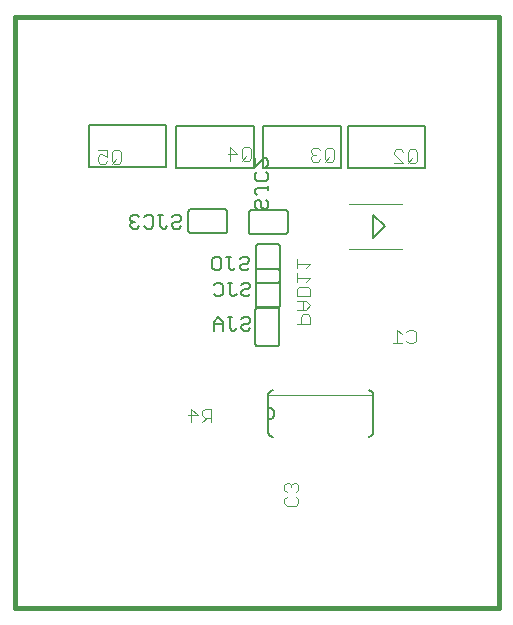
<source format=gbo>
G75*
%MOIN*%
%OFA0B0*%
%FSLAX24Y24*%
%IPPOS*%
%LPD*%
%AMOC8*
5,1,8,0,0,1.08239X$1,22.5*
%
%ADD10C,0.0160*%
%ADD11C,0.0080*%
%ADD12C,0.0040*%
%ADD13C,0.0060*%
%ADD14C,0.0020*%
%ADD15C,0.0050*%
D10*
X001046Y000180D02*
X017188Y000180D01*
X017188Y019865D01*
X001046Y019865D01*
X001046Y000180D01*
D11*
X013005Y012496D02*
X013005Y013284D01*
X013408Y012890D01*
X013005Y012496D01*
X012153Y014826D02*
X014734Y014826D01*
X014734Y016226D01*
X012153Y016226D01*
X012153Y014826D01*
X011919Y014826D02*
X009338Y014826D01*
X009338Y016226D01*
X011919Y016226D01*
X011919Y014826D01*
X009017Y014842D02*
X006437Y014842D01*
X006437Y016242D01*
X009017Y016242D01*
X009017Y014842D01*
X006100Y014858D02*
X003519Y014858D01*
X003519Y016258D01*
X006100Y016258D01*
X006100Y014858D01*
D12*
X004585Y015060D02*
X004509Y014983D01*
X004355Y014983D01*
X004278Y015060D01*
X004278Y015367D01*
X004355Y015443D01*
X004509Y015443D01*
X004585Y015367D01*
X004585Y015060D01*
X004432Y015136D02*
X004278Y014983D01*
X004125Y015060D02*
X004048Y014983D01*
X003895Y014983D01*
X003818Y015060D01*
X003818Y015213D01*
X003895Y015290D01*
X003972Y015290D01*
X004125Y015213D01*
X004125Y015443D01*
X003818Y015443D01*
X008155Y015312D02*
X008462Y015312D01*
X008232Y015543D01*
X008232Y015082D01*
X008616Y015082D02*
X008769Y015236D01*
X008616Y015159D02*
X008692Y015082D01*
X008846Y015082D01*
X008923Y015159D01*
X008923Y015466D01*
X008846Y015543D01*
X008692Y015543D01*
X008616Y015466D01*
X008616Y015159D01*
X010922Y015128D02*
X010999Y015051D01*
X011152Y015051D01*
X011229Y015128D01*
X011382Y015128D02*
X011382Y015435D01*
X011459Y015512D01*
X011613Y015512D01*
X011689Y015435D01*
X011689Y015128D01*
X011613Y015051D01*
X011459Y015051D01*
X011382Y015128D01*
X011382Y015051D02*
X011536Y015205D01*
X011229Y015435D02*
X011152Y015512D01*
X010999Y015512D01*
X010922Y015435D01*
X010922Y015358D01*
X010999Y015282D01*
X010922Y015205D01*
X010922Y015128D01*
X010999Y015282D02*
X011075Y015282D01*
X012191Y013640D02*
X013971Y013640D01*
X013994Y015001D02*
X013687Y015001D01*
X013994Y015001D02*
X013687Y015308D01*
X013687Y015385D01*
X013764Y015462D01*
X013917Y015462D01*
X013994Y015385D01*
X014147Y015385D02*
X014147Y015078D01*
X014224Y015001D01*
X014377Y015001D01*
X014454Y015078D01*
X014454Y015385D01*
X014377Y015462D01*
X014224Y015462D01*
X014147Y015385D01*
X014301Y015155D02*
X014147Y015001D01*
X013971Y012140D02*
X012191Y012140D01*
X010902Y011646D02*
X010442Y011646D01*
X010442Y011493D02*
X010442Y011800D01*
X010748Y011493D02*
X010902Y011646D01*
X010442Y011339D02*
X010442Y011032D01*
X010442Y011186D02*
X010902Y011186D01*
X010748Y011032D01*
X010825Y010879D02*
X010518Y010879D01*
X010442Y010802D01*
X010442Y010572D01*
X010902Y010572D01*
X010902Y010802D01*
X010825Y010879D01*
X010748Y010418D02*
X010442Y010418D01*
X010672Y010418D02*
X010672Y010112D01*
X010748Y010112D02*
X010902Y010265D01*
X010748Y010418D01*
X010748Y010112D02*
X010442Y010112D01*
X010672Y009958D02*
X010595Y009881D01*
X010595Y009651D01*
X010442Y009651D02*
X010902Y009651D01*
X010902Y009881D01*
X010825Y009958D01*
X010672Y009958D01*
X013643Y008990D02*
X013950Y008990D01*
X013797Y008990D02*
X013797Y009450D01*
X013950Y009297D01*
X014104Y009374D02*
X014181Y009450D01*
X014334Y009450D01*
X014411Y009374D01*
X014411Y009067D01*
X014334Y008990D01*
X014181Y008990D01*
X014104Y009067D01*
X010421Y004346D02*
X010344Y004346D01*
X010267Y004270D01*
X010191Y004346D01*
X010114Y004346D01*
X010037Y004270D01*
X010037Y004116D01*
X010114Y004040D01*
X010114Y003886D02*
X010037Y003809D01*
X010037Y003656D01*
X010114Y003579D01*
X010421Y003579D01*
X010498Y003656D01*
X010498Y003809D01*
X010421Y003886D01*
X010421Y004040D02*
X010498Y004116D01*
X010498Y004270D01*
X010421Y004346D01*
X010267Y004270D02*
X010267Y004193D01*
X007608Y006360D02*
X007608Y006820D01*
X007377Y006820D01*
X007301Y006743D01*
X007301Y006590D01*
X007377Y006513D01*
X007608Y006513D01*
X007454Y006513D02*
X007301Y006360D01*
X007147Y006590D02*
X006840Y006590D01*
X006917Y006360D02*
X006917Y006820D01*
X007147Y006590D01*
D13*
X009171Y008895D02*
X009771Y008895D01*
X009788Y008897D01*
X009805Y008901D01*
X009821Y008908D01*
X009835Y008918D01*
X009848Y008931D01*
X009858Y008945D01*
X009865Y008961D01*
X009869Y008978D01*
X009871Y008995D01*
X009871Y010095D01*
X009869Y010112D01*
X009865Y010129D01*
X009858Y010145D01*
X009848Y010159D01*
X009835Y010172D01*
X009821Y010182D01*
X009805Y010189D01*
X009788Y010193D01*
X009771Y010195D01*
X009171Y010195D01*
X009184Y010178D02*
X009784Y010178D01*
X009801Y010180D01*
X009818Y010184D01*
X009834Y010191D01*
X009848Y010201D01*
X009861Y010214D01*
X009871Y010228D01*
X009878Y010244D01*
X009882Y010261D01*
X009884Y010278D01*
X009884Y011378D01*
X009882Y011395D01*
X009878Y011412D01*
X009871Y011428D01*
X009861Y011442D01*
X009848Y011455D01*
X009834Y011465D01*
X009818Y011472D01*
X009801Y011476D01*
X009784Y011478D01*
X009184Y011478D01*
X009167Y011476D01*
X009150Y011472D01*
X009134Y011465D01*
X009120Y011455D01*
X009107Y011442D01*
X009097Y011428D01*
X009090Y011412D01*
X009086Y011395D01*
X009084Y011378D01*
X009084Y010278D01*
X009086Y010261D01*
X009090Y010244D01*
X009097Y010228D01*
X009107Y010214D01*
X009120Y010201D01*
X009134Y010191D01*
X009150Y010184D01*
X009167Y010180D01*
X009184Y010178D01*
X009171Y010195D02*
X009154Y010193D01*
X009137Y010189D01*
X009121Y010182D01*
X009107Y010172D01*
X009094Y010159D01*
X009084Y010145D01*
X009077Y010129D01*
X009073Y010112D01*
X009071Y010095D01*
X009071Y008995D01*
X009073Y008978D01*
X009077Y008961D01*
X009084Y008945D01*
X009094Y008931D01*
X009107Y008918D01*
X009121Y008908D01*
X009137Y008901D01*
X009154Y008897D01*
X009171Y008895D01*
X009500Y007273D02*
X009500Y006853D01*
X009500Y006453D01*
X009500Y006033D01*
X009502Y006010D01*
X009507Y005987D01*
X009516Y005965D01*
X009529Y005945D01*
X009544Y005927D01*
X009562Y005912D01*
X009582Y005899D01*
X009604Y005890D01*
X009627Y005885D01*
X009650Y005883D01*
X009500Y006453D02*
X009527Y006455D01*
X009554Y006460D01*
X009580Y006470D01*
X009604Y006482D01*
X009626Y006498D01*
X009646Y006516D01*
X009663Y006538D01*
X009678Y006561D01*
X009688Y006586D01*
X009696Y006612D01*
X009700Y006639D01*
X009700Y006667D01*
X009696Y006694D01*
X009688Y006720D01*
X009678Y006745D01*
X009663Y006768D01*
X009646Y006790D01*
X009626Y006808D01*
X009604Y006824D01*
X009580Y006836D01*
X009554Y006846D01*
X009527Y006851D01*
X009500Y006853D01*
X009500Y007273D02*
X009502Y007296D01*
X009507Y007319D01*
X009516Y007341D01*
X009529Y007361D01*
X009544Y007379D01*
X009562Y007394D01*
X009582Y007407D01*
X009604Y007416D01*
X009627Y007421D01*
X009650Y007423D01*
X009784Y011005D02*
X009184Y011005D01*
X009167Y011007D01*
X009150Y011011D01*
X009134Y011018D01*
X009120Y011028D01*
X009107Y011041D01*
X009097Y011055D01*
X009090Y011071D01*
X009086Y011088D01*
X009084Y011105D01*
X009084Y012205D01*
X009086Y012222D01*
X009090Y012239D01*
X009097Y012255D01*
X009107Y012269D01*
X009120Y012282D01*
X009134Y012292D01*
X009150Y012299D01*
X009167Y012303D01*
X009184Y012305D01*
X009784Y012305D01*
X009801Y012303D01*
X009818Y012299D01*
X009834Y012292D01*
X009848Y012282D01*
X009861Y012269D01*
X009871Y012255D01*
X009878Y012239D01*
X009882Y012222D01*
X009884Y012205D01*
X009884Y011105D01*
X009882Y011088D01*
X009878Y011071D01*
X009871Y011055D01*
X009861Y011041D01*
X009848Y011028D01*
X009834Y011018D01*
X009818Y011011D01*
X009801Y011007D01*
X009784Y011005D01*
X010048Y012637D02*
X008948Y012637D01*
X008931Y012639D01*
X008914Y012643D01*
X008898Y012650D01*
X008884Y012660D01*
X008871Y012673D01*
X008861Y012687D01*
X008854Y012703D01*
X008850Y012720D01*
X008848Y012737D01*
X008848Y013337D01*
X008850Y013354D01*
X008854Y013371D01*
X008861Y013387D01*
X008871Y013401D01*
X008884Y013414D01*
X008898Y013424D01*
X008914Y013431D01*
X008931Y013435D01*
X008948Y013437D01*
X010048Y013437D01*
X010065Y013435D01*
X010082Y013431D01*
X010098Y013424D01*
X010112Y013414D01*
X010125Y013401D01*
X010135Y013387D01*
X010142Y013371D01*
X010146Y013354D01*
X010148Y013337D01*
X010148Y012737D01*
X010146Y012720D01*
X010142Y012703D01*
X010135Y012687D01*
X010125Y012673D01*
X010112Y012660D01*
X010098Y012650D01*
X010082Y012643D01*
X010065Y012639D01*
X010048Y012637D01*
X008137Y012768D02*
X008137Y013368D01*
X008135Y013385D01*
X008131Y013402D01*
X008124Y013418D01*
X008114Y013432D01*
X008101Y013445D01*
X008087Y013455D01*
X008071Y013462D01*
X008054Y013466D01*
X008037Y013468D01*
X006937Y013468D01*
X006920Y013466D01*
X006903Y013462D01*
X006887Y013455D01*
X006873Y013445D01*
X006860Y013432D01*
X006850Y013418D01*
X006843Y013402D01*
X006839Y013385D01*
X006837Y013368D01*
X006837Y012768D01*
X006839Y012751D01*
X006843Y012734D01*
X006850Y012718D01*
X006860Y012704D01*
X006873Y012691D01*
X006887Y012681D01*
X006903Y012674D01*
X006920Y012670D01*
X006937Y012668D01*
X008037Y012668D01*
X008054Y012670D01*
X008071Y012674D01*
X008087Y012681D01*
X008101Y012691D01*
X008114Y012704D01*
X008124Y012718D01*
X008131Y012734D01*
X008135Y012751D01*
X008137Y012768D01*
X012850Y007423D02*
X012873Y007421D01*
X012896Y007416D01*
X012918Y007407D01*
X012938Y007394D01*
X012956Y007379D01*
X012971Y007361D01*
X012984Y007341D01*
X012993Y007319D01*
X012998Y007296D01*
X013000Y007273D01*
X013000Y006033D01*
X012998Y006010D01*
X012993Y005987D01*
X012984Y005965D01*
X012971Y005945D01*
X012956Y005927D01*
X012938Y005912D01*
X012918Y005899D01*
X012896Y005890D01*
X012873Y005885D01*
X012850Y005883D01*
D14*
X013000Y007283D02*
X009500Y007283D01*
D15*
X008832Y009420D02*
X008682Y009420D01*
X008607Y009495D01*
X008607Y009570D01*
X008682Y009645D01*
X008832Y009645D01*
X008907Y009720D01*
X008907Y009795D01*
X008832Y009870D01*
X008682Y009870D01*
X008607Y009795D01*
X008447Y009495D02*
X008372Y009420D01*
X008296Y009420D01*
X008221Y009495D01*
X008221Y009870D01*
X008296Y009870D02*
X008146Y009870D01*
X007986Y009720D02*
X007836Y009870D01*
X007686Y009720D01*
X007686Y009420D01*
X007986Y009420D02*
X007986Y009720D01*
X007986Y009645D02*
X007686Y009645D01*
X007758Y010568D02*
X007683Y010643D01*
X007758Y010568D02*
X007908Y010568D01*
X007983Y010643D01*
X007983Y010943D01*
X007908Y011018D01*
X007758Y011018D01*
X007683Y010943D01*
X008143Y011018D02*
X008293Y011018D01*
X008218Y011018D02*
X008218Y010643D01*
X008293Y010568D01*
X008369Y010568D01*
X008444Y010643D01*
X008604Y010643D02*
X008679Y010568D01*
X008829Y010568D01*
X008904Y010643D01*
X008829Y010793D02*
X008679Y010793D01*
X008604Y010718D01*
X008604Y010643D01*
X008829Y010793D02*
X008904Y010868D01*
X008904Y010943D01*
X008829Y011018D01*
X008679Y011018D01*
X008604Y010943D01*
X008636Y011428D02*
X008786Y011428D01*
X008861Y011503D01*
X008786Y011653D02*
X008636Y011653D01*
X008561Y011578D01*
X008561Y011503D01*
X008636Y011428D01*
X008786Y011653D02*
X008861Y011728D01*
X008861Y011803D01*
X008786Y011878D01*
X008636Y011878D01*
X008561Y011803D01*
X008250Y011878D02*
X008100Y011878D01*
X008175Y011878D02*
X008175Y011503D01*
X008250Y011428D01*
X008325Y011428D01*
X008400Y011503D01*
X007940Y011503D02*
X007865Y011428D01*
X007715Y011428D01*
X007640Y011503D01*
X007640Y011803D01*
X007715Y011878D01*
X007865Y011878D01*
X007940Y011803D01*
X007940Y011503D01*
X006589Y012888D02*
X006514Y012813D01*
X006364Y012813D01*
X006289Y012888D01*
X006289Y012963D01*
X006364Y013038D01*
X006514Y013038D01*
X006589Y013113D01*
X006589Y013188D01*
X006514Y013263D01*
X006364Y013263D01*
X006289Y013188D01*
X006128Y012888D02*
X006053Y012813D01*
X005978Y012813D01*
X005903Y012888D01*
X005903Y013263D01*
X005978Y013263D02*
X005828Y013263D01*
X005668Y013188D02*
X005668Y012888D01*
X005593Y012813D01*
X005443Y012813D01*
X005368Y012888D01*
X005208Y012888D02*
X005133Y012813D01*
X004982Y012813D01*
X004907Y012888D01*
X004907Y012963D01*
X004982Y013038D01*
X005057Y013038D01*
X004982Y013038D02*
X004907Y013113D01*
X004907Y013188D01*
X004982Y013263D01*
X005133Y013263D01*
X005208Y013188D01*
X005368Y013188D02*
X005443Y013263D01*
X005593Y013263D01*
X005668Y013188D01*
X009049Y013552D02*
X009124Y013477D01*
X009049Y013552D02*
X009049Y013702D01*
X009124Y013777D01*
X009199Y013777D01*
X009274Y013702D01*
X009274Y013552D01*
X009349Y013477D01*
X009424Y013477D01*
X009500Y013552D01*
X009500Y013702D01*
X009424Y013777D01*
X009500Y014087D02*
X009500Y014238D01*
X009500Y014162D02*
X009124Y014162D01*
X009049Y014087D01*
X009049Y014012D01*
X009124Y013937D01*
X009124Y014398D02*
X009049Y014473D01*
X009049Y014623D01*
X009124Y014698D01*
X009049Y014858D02*
X009349Y015158D01*
X009424Y015158D01*
X009500Y015083D01*
X009500Y014933D01*
X009424Y014858D01*
X009424Y014698D02*
X009500Y014623D01*
X009500Y014473D01*
X009424Y014398D01*
X009124Y014398D01*
X009049Y014858D02*
X009049Y015158D01*
X008907Y009495D02*
X008832Y009420D01*
M02*

</source>
